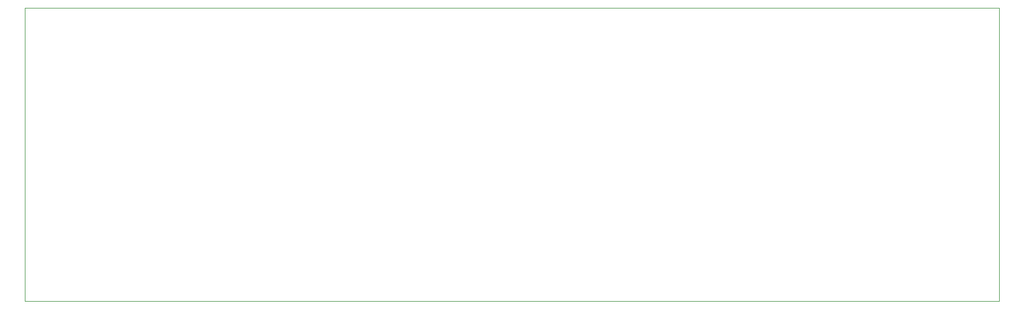
<source format=gko>
G04*
G04 #@! TF.GenerationSoftware,Altium Limited,Altium Designer,18.1.7 (191)*
G04*
G04 Layer_Color=16711935*
%FSAX25Y25*%
%MOIN*%
G70*
G01*
G75*
%ADD12C,0.00394*%
D12*
X0000000Y0000000D02*
Y0173228D01*
X0574803D01*
Y0000000D02*
Y0173228D01*
X0000000Y0000000D02*
X0574803D01*
M02*

</source>
